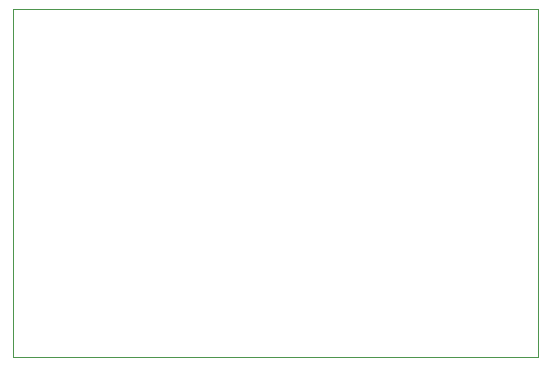
<source format=gbr>
G04 #@! TF.GenerationSoftware,KiCad,Pcbnew,(5.1.2)-2*
G04 #@! TF.CreationDate,2020-08-25T18:12:49+09:00*
G04 #@! TF.ProjectId,IRRemo,49525265-6d6f-42e6-9b69-6361645f7063,rev?*
G04 #@! TF.SameCoordinates,Original*
G04 #@! TF.FileFunction,Profile,NP*
%FSLAX46Y46*%
G04 Gerber Fmt 4.6, Leading zero omitted, Abs format (unit mm)*
G04 Created by KiCad (PCBNEW (5.1.2)-2) date 2020-08-25 18:12:49*
%MOMM*%
%LPD*%
G04 APERTURE LIST*
%ADD10C,0.050000*%
G04 APERTURE END LIST*
D10*
X86360000Y-106172000D02*
X86360000Y-76708000D01*
X130810000Y-106172000D02*
X86360000Y-106172000D01*
X130810000Y-76708000D02*
X130810000Y-106172000D01*
X86360000Y-76708000D02*
X130810000Y-76708000D01*
M02*

</source>
